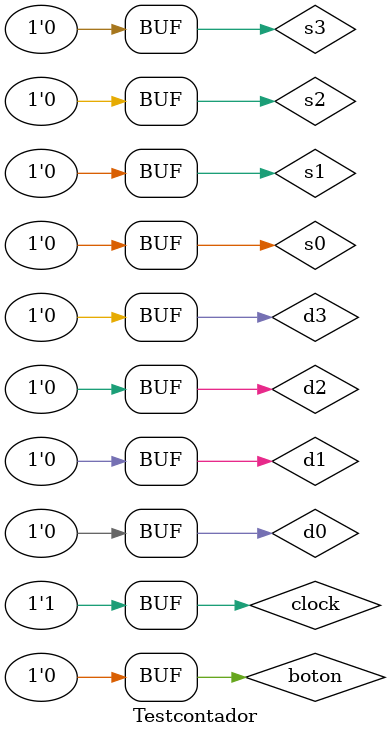
<source format=v>
`timescale 1ns / 1ps


module Testcontador;

	// Inputs
	reg clock;
	reg boton;
	reg s0;
	reg s1;
	reg s2;
	reg s3;
	reg d0;
	reg d1;
	reg d2;
	reg d3;

	// Outputs
	wire a;
	wire b;
	wire c;
	wire d;
	wire e;
	wire f;
	wire g;

	// Instantiate the Unit Under Test (UUT)
	Contador uut (
		.clock(clock), 
		.boton(boton), 
		.s0(s0), 
		.s1(s1), 
		.s2(s2), 
		.s3(s3), 
		.a(a), 
		.b(b), 
		.c(c), 
		.d(d), 
		.e(e), 
		.f(f), 
		.g(g), 
		.d0(d0), 
		.d1(d1), 
		.d2(d2), 
		.d3(d3)
	);

	initial begin
		// Initialize Inputs
		
		boton = 0;
		
		s0 = 0;
		s1 = 0;
		s2 = 0;
		s3 = 0;
		d0 = 0;
		d1 = 0;
		d2 = 0;
		d3 = 0;

		// Wait 100 ns for global reset to finish
		#100;
        
		// Add stimulus here

	end
	
	always
	begin 
	clock = 0;
	#5;
	clock = 1;
	#5;
	end
	
	
	
      
endmodule


</source>
